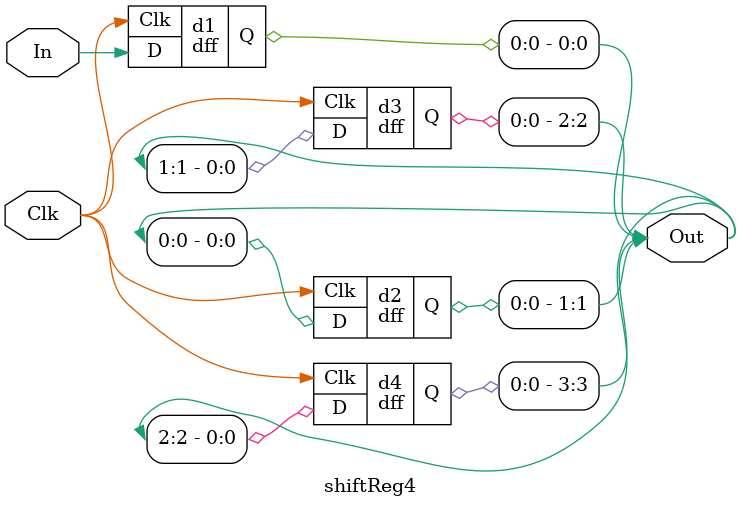
<source format=v>
`timescale 1ns / 1ps


module dff(
input D,
input Clk,
output reg Q
);

initial Q = 0;

always @(posedge Clk)
begin
Q <= D;
end
endmodule

module shiftReg4(
input In,
input Clk,
output [3:0] Out
);

dff d1(In, Clk, Out[0]);
dff d2(Out[0], Clk, Out[1]);
dff d3(Out[1], Clk, Out[2]);
dff d4(Out[2], Clk, Out[3]);

endmodule

</source>
